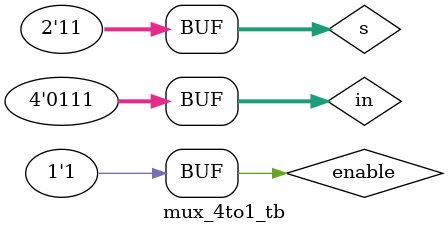
<source format=v>
module mux_4to1 (
  input [3:0] in,
  input [1:0] s,
  input enable,
  output reg out
  );

  always @(in or s or enable) begin
    if (enable)
      case (s)
        2'b00: out = in[0];
        2'b01: out = in[1];
        2'b10: out = in[2];
        2'b11: out = in[3];
      endcase
    else
      out = 1'bx;
  end
  
endmodule 

module mux_4to1_tb();
  
  reg [3:0] in;
  reg [1:0] s;
  reg enable;
  wire out;
  
  mux_4to1 dut (.in(in), .s(s), .enable(enable), .out(out));
  
  initial begin
    $monitor ("[%0tns] enable = %b, s = %b, in = %b, out = %b",$time, enable, s, in, out);
    $display ("Check for data initialization");    
    #10;
    
    $display ("\nCheck for random");  
    repeat (5) begin
      enable = $random; in = $random ; s = $random; #1;
    end
    
    $display ("\nCheck for correctness of design");  
    enable = 1'b1;
    in = 4'b0001; s = 2'b00; #5;  
    in = 4'b0010; s = 2'b01; #5;  
    in = 4'b0100; s = 2'b10; #5;  
    in = 4'b1000; s = 2'b11; #5; 
    
    in = 4'b1110; s = 2'b00; #5;  
    in = 4'b1101; s = 2'b01; #5;  
    in = 4'b1011; s = 2'b10; #5;  
    in = 4'b0111; s = 2'b11; #5; 
    
  end
  
endmodule
</source>
